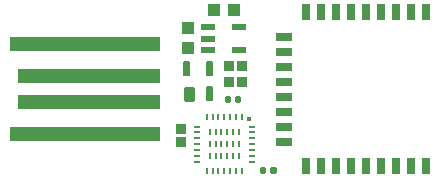
<source format=gbr>
G04 EAGLE Gerber RS-274X export*
G75*
%MOMM*%
%FSLAX34Y34*%
%LPD*%
%INSolderpaste Top*%
%IPPOS*%
%AMOC8*
5,1,8,0,0,1.08239X$1,22.5*%
G01*
%ADD10R,0.260000X0.560000*%
%ADD11R,0.560000X0.260000*%
%ADD12R,0.400000X0.400000*%
%ADD13R,1.200000X0.550000*%
%ADD14R,1.000000X1.100000*%
%ADD15R,1.100000X1.000000*%
%ADD16R,0.900000X0.850000*%
%ADD17R,0.711200X1.422400*%
%ADD18R,1.422400X0.711200*%
%ADD19C,0.247500*%
%ADD20C,0.147500*%
%ADD21R,0.850000X0.900000*%
%ADD22C,0.270000*%
%ADD23R,12.700000X1.270000*%
%ADD24R,12.065000X1.270000*%


D10*
X209096Y49504D03*
X204096Y49504D03*
X199096Y49504D03*
X194096Y49504D03*
X189096Y49504D03*
X184096Y49504D03*
X179096Y49504D03*
D11*
X171096Y41504D03*
X171096Y36504D03*
X171096Y31504D03*
X171096Y26504D03*
X171096Y21504D03*
X171096Y16504D03*
X171096Y11504D03*
D10*
X179096Y3504D03*
X184096Y3504D03*
X189096Y3504D03*
X194096Y3504D03*
X199096Y3504D03*
X204096Y3504D03*
X209096Y3504D03*
D11*
X217096Y11504D03*
X217096Y16504D03*
X217096Y21504D03*
X217096Y26504D03*
X217096Y31504D03*
X217096Y36504D03*
X217096Y41504D03*
D10*
X206596Y36504D03*
X206596Y26504D03*
X206596Y16504D03*
X201596Y36504D03*
X201596Y26504D03*
X201596Y16504D03*
X196596Y36504D03*
X196596Y26504D03*
X196596Y16504D03*
X191596Y36504D03*
X191596Y26504D03*
X191596Y16504D03*
X186596Y36504D03*
X186596Y26504D03*
X186596Y16504D03*
X181596Y36504D03*
X181596Y26504D03*
X181596Y16504D03*
D12*
X215096Y47504D03*
D13*
X180468Y125506D03*
X180468Y116006D03*
X180468Y106506D03*
X206470Y106506D03*
X206470Y125506D03*
D14*
X163288Y108188D03*
X163288Y125188D03*
D15*
X185306Y139944D03*
X202306Y139944D03*
D16*
X157469Y28026D03*
X157469Y39626D03*
D17*
X262959Y8191D03*
X275659Y8191D03*
X288359Y8191D03*
X301059Y8191D03*
X313759Y8191D03*
X326459Y8191D03*
X339159Y8191D03*
X351859Y8191D03*
D18*
X244169Y28041D03*
X244169Y40741D03*
X244169Y53441D03*
X244169Y66141D03*
X244169Y78841D03*
X244169Y91541D03*
X244169Y104241D03*
D17*
X262959Y138161D03*
X275659Y138161D03*
X288359Y138161D03*
X301059Y138161D03*
X313759Y138161D03*
X326459Y138161D03*
X339159Y138161D03*
X351859Y138161D03*
D18*
X244169Y116941D03*
D17*
X364559Y138161D03*
X364559Y8191D03*
D19*
X167863Y64237D02*
X167863Y74163D01*
X167863Y64237D02*
X160437Y64237D01*
X160437Y74163D01*
X167863Y74163D01*
X167863Y66588D02*
X160437Y66588D01*
X160437Y68939D02*
X167863Y68939D01*
X167863Y71290D02*
X160437Y71290D01*
X160437Y73641D02*
X167863Y73641D01*
D20*
X183563Y74663D02*
X183563Y63737D01*
X179137Y63737D01*
X179137Y74663D01*
X183563Y74663D01*
X183563Y65138D02*
X179137Y65138D01*
X179137Y66539D02*
X183563Y66539D01*
X183563Y67940D02*
X179137Y67940D01*
X179137Y69341D02*
X183563Y69341D01*
X183563Y70742D02*
X179137Y70742D01*
X179137Y72143D02*
X183563Y72143D01*
X183563Y73544D02*
X179137Y73544D01*
X183563Y84837D02*
X183563Y95763D01*
X183563Y84837D02*
X179137Y84837D01*
X179137Y95763D01*
X183563Y95763D01*
X183563Y86238D02*
X179137Y86238D01*
X179137Y87639D02*
X183563Y87639D01*
X183563Y89040D02*
X179137Y89040D01*
X179137Y90441D02*
X183563Y90441D01*
X183563Y91842D02*
X179137Y91842D01*
X179137Y93243D02*
X183563Y93243D01*
X183563Y94644D02*
X179137Y94644D01*
X164363Y95763D02*
X164363Y84837D01*
X159937Y84837D01*
X159937Y95763D01*
X164363Y95763D01*
X164363Y86238D02*
X159937Y86238D01*
X159937Y87639D02*
X164363Y87639D01*
X164363Y89040D02*
X159937Y89040D01*
X159937Y90441D02*
X164363Y90441D01*
X164363Y91842D02*
X159937Y91842D01*
X159937Y93243D02*
X164363Y93243D01*
X164363Y94644D02*
X159937Y94644D01*
D21*
X209300Y92800D03*
X197700Y92800D03*
X209200Y78950D03*
X197600Y78950D03*
D22*
X203970Y66650D02*
X206670Y66650D01*
X206670Y63350D01*
X203970Y63350D01*
X203970Y66650D01*
X203970Y65915D02*
X206670Y65915D01*
X198030Y66650D02*
X195330Y66650D01*
X198030Y66650D02*
X198030Y63350D01*
X195330Y63350D01*
X195330Y66650D01*
X195330Y65915D02*
X198030Y65915D01*
X233970Y6650D02*
X236670Y6650D01*
X236670Y3350D01*
X233970Y3350D01*
X233970Y6650D01*
X233970Y5915D02*
X236670Y5915D01*
X228030Y6650D02*
X225330Y6650D01*
X228030Y6650D02*
X228030Y3350D01*
X225330Y3350D01*
X225330Y6650D01*
X225330Y5915D02*
X228030Y5915D01*
D23*
X76500Y35000D03*
D24*
X79675Y62305D03*
X79675Y83895D03*
D23*
X76500Y111200D03*
M02*

</source>
